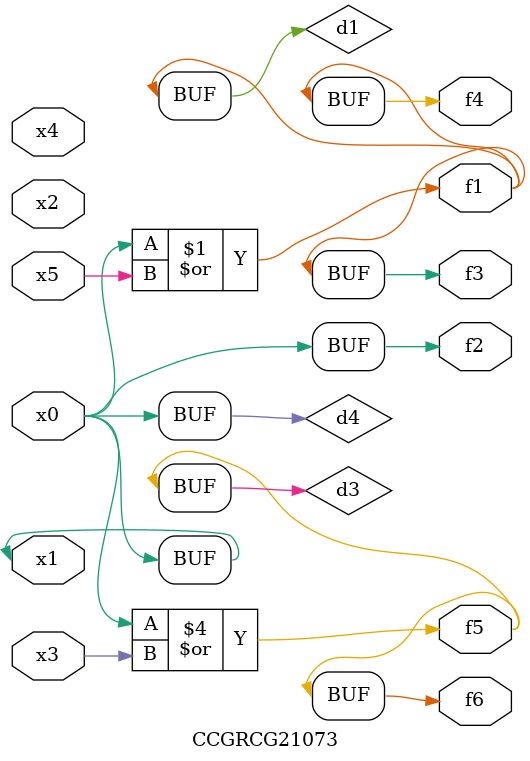
<source format=v>
module CCGRCG21073(
	input x0, x1, x2, x3, x4, x5,
	output f1, f2, f3, f4, f5, f6
);

	wire d1, d2, d3, d4;

	or (d1, x0, x5);
	xnor (d2, x1, x4);
	or (d3, x0, x3);
	buf (d4, x0, x1);
	assign f1 = d1;
	assign f2 = d4;
	assign f3 = d1;
	assign f4 = d1;
	assign f5 = d3;
	assign f6 = d3;
endmodule

</source>
